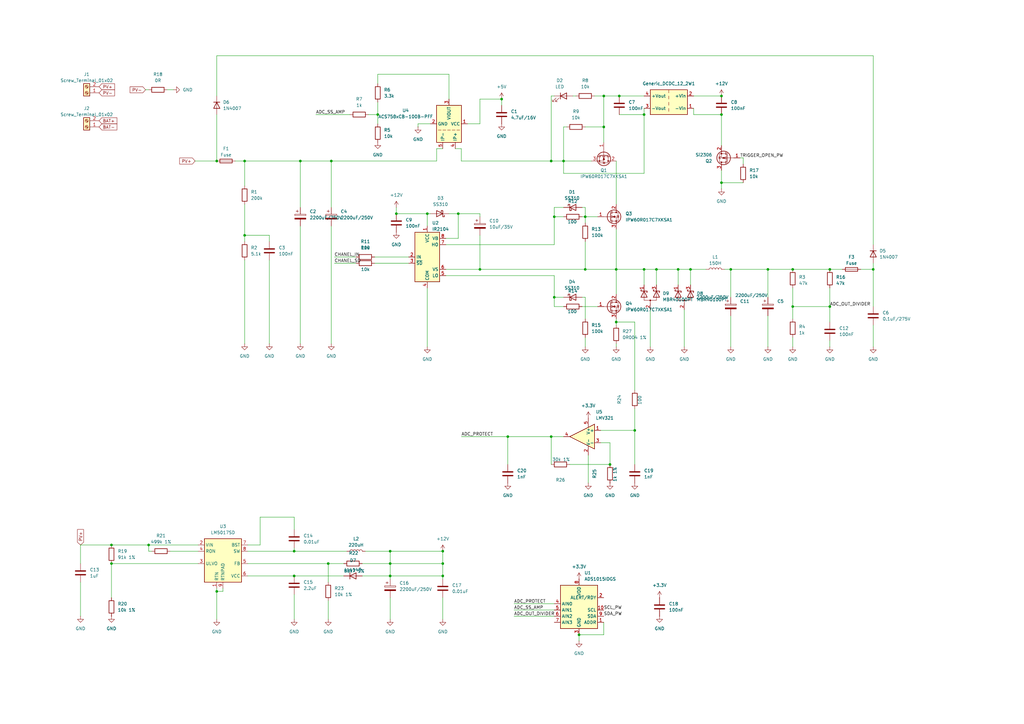
<source format=kicad_sch>
(kicad_sch (version 20231120) (generator "eeschema") (generator_version "8.0")
  (paper "A3")
  (title_block (date "2024-11-11"))
  (lib_symbols
    (symbol "Amplifier_Operational:LMV321" (pin_names (offset 0.127))
      (property "Reference" "U" (at 0 5.08 0))
      (property "Value" "LMV321" (at 0 -5.08 0))
      (symbol "LMV321_0_1"
        (pin power_in line (at -2.54 -7.62 90) (length 3.81) (name "V-") (number "2"))
        (pin power_in line (at -2.54 7.62 270) (length 3.81) (name "V+") (number "5"))
      )
      (symbol "LMV321_1_1"
        (pin input line (at -7.62 2.54 0) (length 2.54) (name "+") (number "1"))
        (pin input line (at -7.62 -2.54 0) (length 2.54) (name "-") (number "3"))
        (pin output line (at 7.62 0 180) (length 2.54) (name "~") (number "4"))
      )
    )
    (symbol "Analog_ADC:ADS1015IDGS"
      (property "Reference" "U" (at 2.54 13.97 0))
      (property "Value" "ADS1015IDGS" (at 7.62 11.43 0))
      (symbol "ADS1015IDGS_1_1"
        (pin input line (at 10.16 -5.08 180) (length 2.54) (name "ADDR") (number "1"))
        (pin input line (at 10.16 0 180) (length 2.54) (name "SCL") (number "10"))
        (pin output line (at 10.16 5.08 180) (length 2.54) (name "ALERT/RDY") (number "2"))
        (pin power_in line (at 0 -10.16 90) (length 2.54) (name "GND") (number "3"))
        (pin input line (at -10.16 2.54 0) (length 2.54) (name "AIN0") (number "4"))
        (pin input line (at -10.16 0 0) (length 2.54) (name "AIN1") (number "5"))
        (pin input line (at -10.16 -2.54 0) (length 2.54) (name "AIN2") (number "6"))
        (pin input line (at -10.16 -5.08 0) (length 2.54) (name "AIN3") (number "7"))
        (pin power_in line (at 0 12.7 270) (length 2.54) (name "VDD") (number "8"))
        (pin bidirectional line (at 10.16 -2.54 180) (length 2.54) (name "SDA") (number "9"))
      )
    )
    (symbol "Connector:Screw_Terminal_01x02" (pin_names (offset 1.016) hide)
      (property "Reference" "J" (at 0 2.54 0))
      (property "Value" "Screw_Terminal_01x02" (at 0 -5.08 0))
      (symbol "Screw_Terminal_01x02_1_1"
        (pin passive line (at -5.08 0 0) (length 3.81) (name "Pin_1") (number "1"))
        (pin passive line (at -5.08 -2.54 0) (length 3.81) (name "Pin_2") (number "2"))
      )
    )
    (symbol "Device:C" (pin_numbers hide) (pin_names (offset 0.254))
      (property "Reference" "C" (at 0.635 2.54 0))
      (property "Value" "C" (at 0.635 -2.54 0))
      (symbol "C_1_1"
        (pin passive line (at 0 3.81 270) (length 2.794) (name "~") (number "1"))
        (pin passive line (at 0 -3.81 90) (length 2.794) (name "~") (number "2"))
      )
    )
    (symbol "Device:C_Polarized" (pin_numbers hide) (pin_names (offset 0.254))
      (property "Reference" "C" (at 0.635 2.54 0))
      (property "Value" "C_Polarized" (at 0.635 -2.54 0))
      (symbol "C_Polarized_1_1"
        (pin passive line (at 0 3.81 270) (length 2.794) (name "~") (number "1"))
        (pin passive line (at 0 -3.81 90) (length 2.794) (name "~") (number "2"))
      )
    )
    (symbol "Device:D" (pin_numbers hide) (pin_names (offset 1.016) hide)
      (property "Reference" "D" (at 0 2.54 0))
      (property "Value" "D" (at 0 -2.54 0))
      (symbol "D_1_1"
        (pin passive line (at -3.81 0 0) (length 2.54) (name "K") (number "1"))
        (pin passive line (at 3.81 0 180) (length 2.54) (name "A") (number "2"))
      )
    )
    (symbol "Device:D_Schottky_Dual_CommonAnode_KAK_Parallel" (pin_names (offset 0.762) hide)
      (property "Reference" "D" (at 0 5.08 0))
      (property "Value" "D_Schottky_Dual_CommonAnode_KAK_Parallel" (at 0 -5.08 0))
      (symbol "D_Schottky_Dual_CommonAnode_KAK_Parallel_0_1"
        (pin passive line (at 5.08 2.54 180) (length 2.54) (name "K") (number "1"))
        (pin passive line (at -5.08 0 0) (length 2.54) (name "A") (number "2"))
        (pin passive line (at 5.08 -2.54 180) (length 2.54) (name "K") (number "3"))
      )
    )
    (symbol "Device:Fuse" (pin_numbers hide) (pin_names (offset 0))
      (property "Reference" "F" (at 2.032 0 90))
      (property "Value" "Fuse" (at -1.905 0 90))
      (symbol "Fuse_1_1"
        (pin passive line (at 0 3.81 270) (length 1.27) (name "~") (number "1"))
        (pin passive line (at 0 -3.81 90) (length 1.27) (name "~") (number "2"))
      )
    )
    (symbol "Device:L" (pin_numbers hide) (pin_names (offset 1.016) hide)
      (property "Reference" "L" (at -1.27 0 90))
      (property "Value" "L" (at 1.905 0 90))
      (symbol "L_1_1"
        (pin passive line (at 0 3.81 270) (length 1.27) (name "1") (number "1"))
        (pin passive line (at 0 -3.81 90) (length 1.27) (name "2") (number "2"))
      )
    )
    (symbol "Device:LED" (pin_numbers hide) (pin_names (offset 1.016) hide)
      (property "Reference" "D" (at 0 2.54 0))
      (property "Value" "LED" (at 0 -2.54 0))
      (symbol "LED_1_1"
        (pin passive line (at -3.81 0 0) (length 2.54) (name "K") (number "1"))
        (pin passive line (at 3.81 0 180) (length 2.54) (name "A") (number "2"))
      )
    )
    (symbol "Device:R" (pin_numbers hide) (pin_names (offset 0))
      (property "Reference" "R" (at 2.032 0 90))
      (property "Value" "R" (at 0 0 90))
      (symbol "R_1_1"
        (pin passive line (at 0 3.81 270) (length 1.27) (name "~") (number "1"))
        (pin passive line (at 0 -3.81 90) (length 1.27) (name "~") (number "2"))
      )
    )
    (symbol "Diode:LL4148" (pin_numbers hide) (pin_names hide)
      (property "Reference" "D" (at 0 2.54 0))
      (property "Value" "LL4148" (at 0 -2.54 0))
      (symbol "LL4148_1_1"
        (pin passive line (at -3.81 0 0) (length 2.54) (name "K") (number "1"))
        (pin passive line (at 3.81 0 180) (length 2.54) (name "A") (number "2"))
      )
    )
    (symbol "Diode:SS34" (pin_numbers hide) (pin_names (offset 1.016) hide)
      (property "Reference" "D" (at 0 2.54 0))
      (property "Value" "SS34" (at 0 -2.54 0))
      (symbol "SS34_1_1"
        (pin passive line (at -3.81 0 0) (length 2.54) (name "K") (number "1"))
        (pin passive line (at 3.81 0 180) (length 2.54) (name "A") (number "2"))
      )
    )
    (symbol "Driver_FET:IR2104"
      (property "Reference" "U" (at 1.27 13.335 0))
      (property "Value" "IR2104" (at 1.27 11.43 0))
      (symbol "IR2104_1_1"
        (pin power_in line (at 0 12.7 270) (length 2.54) (name "VCC") (number "1"))
        (pin input line (at -7.62 0 0) (length 2.54) (name "IN") (number "2"))
        (pin input line (at -7.62 -2.54 0) (length 2.54) (name "~{SD}") (number "3"))
        (pin power_in line (at 0 -12.7 90) (length 2.54) (name "COM") (number "4"))
        (pin output line (at 7.62 -7.62 180) (length 2.54) (name "LO") (number "5"))
        (pin passive line (at 7.62 -5.08 180) (length 2.54) (name "VS") (number "6"))
        (pin output line (at 7.62 5.08 180) (length 2.54) (name "HO") (number "7"))
        (pin passive line (at 7.62 7.62 180) (length 2.54) (name "VB") (number "8"))
      )
    )
    (symbol "QSL_ConverterDCDC:B012_S-2WR3"
      (property "Reference" "Generic_DCDC_12_2W" (at -8.89 8.89 0))
      (symbol "B012_S-2WR3_0_0"
        (pin power_in line (at -10.16 -2.54 0) (length 2.54) (name "-Vin") (number "1"))
        (pin power_in line (at -10.16 2.54 0) (length 2.54) (name "+Vin") (number "2"))
        (pin power_out line (at 10.16 -2.54 180) (length 2.54) (name "-Vout") (number "3"))
        (pin power_out line (at 10.16 2.54 180) (length 2.54) (name "+Vout") (number "4"))
      )
    )
    (symbol "Regulator_Switching:LM5017SD"
      (property "Reference" "U" (at -7.62 8.89 0))
      (property "Value" "LM5017SD" (at 0 8.89 0))
      (symbol "LM5017SD_1_1"
        (pin power_in line (at -2.54 -12.7 90) (length 2.54) (name "RTN") (number "1"))
        (pin power_in line (at -10.16 5.08 0) (length 2.54) (name "VIN") (number "2"))
        (pin input line (at -10.16 -2.54 0) (length 2.54) (name "ULVO") (number "3"))
        (pin input line (at -10.16 2.54 0) (length 2.54) (name "RON") (number "4"))
        (pin input line (at 10.16 -2.54 180) (length 2.54) (name "FB") (number "5"))
        (pin output line (at 10.16 -7.62 180) (length 2.54) (name "VCC") (number "6"))
        (pin input line (at 10.16 5.08 180) (length 2.54) (name "BST") (number "7"))
        (pin output line (at 10.16 2.54 180) (length 2.54) (name "SW") (number "8"))
        (pin power_in line (at 0 -12.7 90) (length 2.54) (name "RTNPAD") (number "9"))
      )
    )
    (symbol "Sensor_Current:ACS758xCB-100B-PFF"
      (property "Reference" "U" (at -7.62 6.35 0))
      (property "Value" "ACS758xCB-100B-PFF" (at 2.54 6.35 0))
      (symbol "ACS758xCB-100B-PFF_1_1"
        (pin power_in line (at 0 7.62 270) (length 2.54) (name "VCC") (number "1"))
        (pin power_in line (at 0 -7.62 90) (length 2.54) (name "GND") (number "2"))
        (pin output line (at 10.16 0 180) (length 2.54) (name "VIOUT") (number "3"))
        (pin passive line (at -10.16 2.54 0) (length 2.54) (name "IP+") (number "4"))
        (pin passive line (at -10.16 -2.54 0) (length 2.54) (name "IP-") (number "5"))
      )
    )
    (symbol "Transistor_FET:C3M0120090D" (pin_names hide)
      (property "Reference" "Q" (at 5.08 1.905 0))
      (property "Value" "C3M0120090D" (at 5.08 0 0))
      (symbol "C3M0120090D_1_1"
        (pin input line (at -5.08 0 0) (length 2.54) (name "G") (number "1"))
        (pin passive line (at 2.54 5.08 270) (length 2.54) (name "D") (number "2"))
        (pin passive line (at 2.54 -5.08 90) (length 2.54) (name "S") (number "3"))
      )
    )
    (symbol "Transistor_FET:Si2319CDS" (pin_names hide)
      (property "Reference" "Q" (at 5.08 1.905 0))
      (property "Value" "Si2319CDS" (at 5.08 0 0))
      (symbol "Si2319CDS_1_1"
        (pin input line (at -5.08 0 0) (length 2.54) (name "G") (number "1"))
        (pin passive line (at 2.54 -5.08 90) (length 2.54) (name "S") (number "2"))
        (pin passive line (at 2.54 5.08 270) (length 2.54) (name "D") (number "3"))
      )
    )
    (symbol "power:+12V" (power) (pin_numbers hide) (pin_names (offset 0) hide)
      (property "Value" "+12V" (at 0 3.556 0))
      (symbol "+12V_1_1"
        (pin power_in line (at 0 0 90) (length 0) (name "~") (number "1"))
      )
    )
    (symbol "power:+3.3V" (power) (pin_numbers hide) (pin_names (offset 0) hide)
      (property "Value" "+3.3V" (at 0 3.556 0))
      (symbol "+3.3V_1_1"
        (pin power_in line (at 0 0 90) (length 0) (name "~") (number "1"))
      )
    )
    (symbol "power:+5V" (power) (pin_numbers hide) (pin_names (offset 0) hide)
      (property "Value" "+5V" (at 0 3.556 0))
      (symbol "+5V_1_1"
        (pin power_in line (at 0 0 90) (length 0) (name "~") (number "1"))
      )
    )
    (symbol "power:GND" (power) (pin_numbers hide) (pin_names (offset 0) hide)
      (property "Value" "GND" (at 0 -3.81 0))
      (symbol "GND_1_1"
        (pin power_in line (at 0 0 270) (length 0) (name "~") (number "1"))
      )
    )
  )
  (junction (at 227.33 88.9))
  (junction (at 247.65 52.07))
  (junction (at 135.89 66.04))
  (junction (at 134.62 231.14))
  (junction (at 240.03 88.9))
  (junction (at 88.9 242.57))
  (junction (at 247.65 39.37))
  (junction (at 295.91 46.99))
  (junction (at 295.91 74.93))
  (junction (at 175.26 87.63))
  (junction (at 340.36 110.49))
  (junction (at 100.33 66.04))
  (junction (at 295.91 39.37))
  (junction (at 358.14 110.49))
  (junction (at 160.02 236.22))
  (junction (at 226.06 66.04))
  (junction (at 123.19 66.04))
  (junction (at 100.33 96.52))
  (junction (at 162.56 87.63))
  (junction (at 120.65 236.22))
  (junction (at 154.94 46.99))
  (junction (at 269.24 110.49))
  (junction (at 325.12 110.49))
  (junction (at 196.85 110.49))
  (junction (at 208.28 179.07))
  (junction (at 120.65 226.06))
  (junction (at 260.35 176.53))
  (junction (at 88.9 66.04))
  (junction (at 278.13 110.49))
  (junction (at 45.72 223.52))
  (junction (at 240.03 110.49))
  (junction (at 314.96 110.49))
  (junction (at 264.16 110.49))
  (junction (at 45.72 231.14))
  (junction (at 160.02 226.06))
  (junction (at 60.96 223.52))
  (junction (at 227.33 121.92))
  (junction (at 252.73 132.08))
  (junction (at 226.06 179.07))
  (junction (at 181.61 236.22))
  (junction (at 231.14 66.04))
  (junction (at 160.02 231.14))
  (junction (at 254 39.37))
  (junction (at 250.19 190.5))
  (junction (at 340.36 125.73))
  (junction (at 187.96 87.63))
  (junction (at 325.12 125.73))
  (junction (at 264.16 46.99))
  (junction (at 237.49 260.35))
  (junction (at 283.21 110.49))
  (junction (at 205.74 40.64))
  (junction (at 252.73 110.49))
  (junction (at 181.61 226.06))
  (junction (at 181.61 231.14))
  (junction (at 299.72 110.49))
  (wire (pts (xy 358.14 142.24) (xy 358.14 133.35)))
  (wire (pts (xy 238.76 88.9) (xy 240.03 88.9)))
  (wire (pts (xy 227.33 113.03) (xy 227.33 121.92)))
  (wire (pts (xy 358.14 110.49) (xy 358.14 107.95)))
  (wire (pts (xy 269.24 110.49) (xy 269.24 116.84)))
  (wire (pts (xy 196.85 87.63) (xy 187.96 87.63)))
  (wire (pts (xy 353.06 110.49) (xy 358.14 110.49)))
  (wire (pts (xy 182.88 110.49) (xy 196.85 110.49)))
  (wire (pts (xy 314.96 110.49) (xy 325.12 110.49)))
  (wire (pts (xy 208.28 179.07) (xy 208.28 190.5)))
  (wire (pts (xy 153.67 105.41) (xy 167.64 105.41)))
  (wire (pts (xy 100.33 96.52) (xy 110.49 96.52)))
  (wire (pts (xy 62.23 226.06) (xy 60.96 226.06)))
  (wire (pts (xy 295.91 77.47) (xy 295.91 74.93)))
  (wire (pts (xy 120.65 226.06) (xy 142.24 226.06)))
  (wire (pts (xy 227.33 125.73) (xy 227.33 121.92)))
  (wire (pts (xy 252.73 110.49) (xy 264.16 110.49)))
  (wire (pts (xy 227.33 88.9) (xy 231.14 88.9)))
  (wire (pts (xy 181.61 236.22) (xy 181.61 231.14)))
  (wire (pts (xy 184.15 40.64) (xy 184.15 30.48)))
  (wire (pts (xy 151.13 46.99) (xy 154.94 46.99)))
  (wire (pts (xy 33.02 238.76) (xy 33.02 252.73)))
  (wire (pts (xy 160.02 236.22) (xy 181.61 236.22)))
  (wire (pts (xy 232.41 52.07) (xy 231.14 52.07)))
  (wire (pts (xy 208.28 179.07) (xy 226.06 179.07)))
  (wire (pts (xy 227.33 39.37) (xy 226.06 39.37)))
  (wire (pts (xy 45.72 231.14) (xy 81.28 231.14)))
  (wire (pts (xy 148.59 236.22) (xy 160.02 236.22)))
  (wire (pts (xy 283.21 110.49) (xy 289.56 110.49)))
  (wire (pts (xy 120.65 254) (xy 120.65 243.84)))
  (wire (pts (xy 137.16 107.95) (xy 146.05 107.95)))
  (wire (pts (xy 210.82 247.65) (xy 227.33 247.65)))
  (wire (pts (xy 252.73 93.98) (xy 252.73 110.49)))
  (wire (pts (xy 182.88 97.79) (xy 187.96 97.79)))
  (wire (pts (xy 160.02 236.22) (xy 160.02 231.14)))
  (wire (pts (xy 246.38 176.53) (xy 260.35 176.53)))
  (wire (pts (xy 246.38 181.61) (xy 250.19 181.61)))
  (wire (pts (xy 148.59 231.14) (xy 160.02 231.14)))
  (wire (pts (xy 120.65 212.09) (xy 120.65 217.17)))
  (wire (pts (xy 304.8 67.31) (xy 304.8 64.77)))
  (wire (pts (xy 340.36 125.73) (xy 340.36 132.08)))
  (wire (pts (xy 160.02 226.06) (xy 149.86 226.06)))
  (wire (pts (xy 196.85 110.49) (xy 196.85 96.52)))
  (wire (pts (xy 247.65 39.37) (xy 254 39.37)))
  (wire (pts (xy 135.89 66.04) (xy 179.07 66.04)))
  (wire (pts (xy 179.07 66.04) (xy 179.07 60.96)))
  (wire (pts (xy 254 39.37) (xy 264.16 39.37)))
  (wire (pts (xy 278.13 110.49) (xy 278.13 116.84)))
  (wire (pts (xy 187.96 87.63) (xy 184.15 87.63)))
  (wire (pts (xy 358.14 110.49) (xy 358.14 125.73)))
  (wire (pts (xy 254 46.99) (xy 264.16 46.99)))
  (wire (pts (xy 297.18 110.49) (xy 299.72 110.49)))
  (wire (pts (xy 227.33 100.33) (xy 227.33 88.9)))
  (wire (pts (xy 196.85 40.64) (xy 205.74 40.64)))
  (wire (pts (xy 123.19 66.04) (xy 123.19 85.09)))
  (wire (pts (xy 226.06 179.07) (xy 226.06 190.5)))
  (wire (pts (xy 205.74 40.64) (xy 205.74 43.18)))
  (wire (pts (xy 181.61 237.49) (xy 181.61 236.22)))
  (wire (pts (xy 252.73 110.49) (xy 252.73 120.65)))
  (wire (pts (xy 181.61 254) (xy 181.61 245.11)))
  (wire (pts (xy 314.96 110.49) (xy 314.96 121.92)))
  (wire (pts (xy 171.45 50.8) (xy 171.45 52.07)))
  (wire (pts (xy 110.49 106.68) (xy 110.49 140.97)))
  (wire (pts (xy 284.48 39.37) (xy 295.91 39.37)))
  (wire (pts (xy 134.62 254) (xy 134.62 246.38)))
  (wire (pts (xy 226.06 66.04) (xy 231.14 66.04)))
  (wire (pts (xy 243.84 39.37) (xy 247.65 39.37)))
  (wire (pts (xy 59.69 36.83) (xy 60.96 36.83)))
  (wire (pts (xy 284.48 44.45) (xy 284.48 46.99)))
  (wire (pts (xy 120.65 224.79) (xy 120.65 226.06)))
  (wire (pts (xy 264.16 110.49) (xy 264.16 116.84)))
  (wire (pts (xy 295.91 46.99) (xy 295.91 59.69)))
  (wire (pts (xy 340.36 110.49) (xy 345.44 110.49)))
  (wire (pts (xy 260.35 132.08) (xy 252.73 132.08)))
  (wire (pts (xy 160.02 231.14) (xy 160.02 226.06)))
  (wire (pts (xy 162.56 85.09) (xy 162.56 87.63)))
  (wire (pts (xy 69.85 226.06) (xy 81.28 226.06)))
  (wire (pts (xy 304.8 64.77) (xy 303.53 64.77)))
  (wire (pts (xy 88.9 39.37) (xy 88.9 22.86)))
  (wire (pts (xy 295.91 74.93) (xy 304.8 74.93)))
  (wire (pts (xy 231.14 125.73) (xy 227.33 125.73)))
  (wire (pts (xy 264.16 44.45) (xy 264.16 46.99)))
  (wire (pts (xy 240.03 85.09) (xy 240.03 88.9)))
  (wire (pts (xy 134.62 231.14) (xy 134.62 238.76)))
  (wire (pts (xy 340.36 118.11) (xy 340.36 125.73)))
  (wire (pts (xy 191.77 50.8) (xy 196.85 50.8)))
  (wire (pts (xy 210.82 250.19) (xy 227.33 250.19)))
  (wire (pts (xy 175.26 87.63) (xy 176.53 87.63)))
  (wire (pts (xy 100.33 83.82) (xy 100.33 96.52)))
  (wire (pts (xy 231.14 71.12) (xy 264.16 71.12)))
  (wire (pts (xy 238.76 121.92) (xy 240.03 121.92)))
  (wire (pts (xy 269.24 110.49) (xy 278.13 110.49)))
  (wire (pts (xy 252.73 140.97) (xy 252.73 142.24)))
  (wire (pts (xy 88.9 254) (xy 88.9 242.57)))
  (wire (pts (xy 252.73 132.08) (xy 252.73 130.81)))
  (wire (pts (xy 227.33 88.9) (xy 227.33 85.09)))
  (wire (pts (xy 260.35 167.64) (xy 260.35 176.53)))
  (wire (pts (xy 184.15 30.48) (xy 154.94 30.48)))
  (wire (pts (xy 264.16 110.49) (xy 269.24 110.49)))
  (wire (pts (xy 175.26 142.24) (xy 175.26 118.11)))
  (wire (pts (xy 45.72 223.52) (xy 60.96 223.52)))
  (wire (pts (xy 325.12 118.11) (xy 325.12 125.73)))
  (wire (pts (xy 137.16 105.41) (xy 146.05 105.41)))
  (wire (pts (xy 160.02 237.49) (xy 160.02 236.22)))
  (wire (pts (xy 88.9 242.57) (xy 88.9 241.3)))
  (wire (pts (xy 226.06 39.37) (xy 226.06 66.04)))
  (wire (pts (xy 240.03 110.49) (xy 196.85 110.49)))
  (wire (pts (xy 237.49 262.89) (xy 237.49 260.35)))
  (wire (pts (xy 162.56 87.63) (xy 175.26 87.63)))
  (wire (pts (xy 88.9 46.99) (xy 88.9 66.04)))
  (wire (pts (xy 250.19 181.61) (xy 250.19 190.5)))
  (wire (pts (xy 60.96 223.52) (xy 81.28 223.52)))
  (wire (pts (xy 240.03 110.49) (xy 252.73 110.49)))
  (wire (pts (xy 340.36 142.24) (xy 340.36 139.7)))
  (wire (pts (xy 260.35 160.02) (xy 260.35 132.08)))
  (wire (pts (xy 68.58 36.83) (xy 71.12 36.83)))
  (wire (pts (xy 181.61 231.14) (xy 181.61 226.06)))
  (wire (pts (xy 176.53 50.8) (xy 171.45 50.8)))
  (wire (pts (xy 231.14 66.04) (xy 231.14 71.12)))
  (wire (pts (xy 240.03 142.24) (xy 240.03 138.43)))
  (wire (pts (xy 252.73 133.35) (xy 252.73 132.08)))
  (wire (pts (xy 45.72 231.14) (xy 45.72 245.11)))
  (wire (pts (xy 186.69 60.96) (xy 189.23 60.96)))
  (wire (pts (xy 101.6 236.22) (xy 120.65 236.22)))
  (wire (pts (xy 240.03 99.06) (xy 240.03 110.49)))
  (wire (pts (xy 240.03 121.92) (xy 240.03 130.81)))
  (wire (pts (xy 106.68 212.09) (xy 120.65 212.09)))
  (wire (pts (xy 247.65 260.35) (xy 237.49 260.35)))
  (wire (pts (xy 325.12 125.73) (xy 325.12 130.81)))
  (wire (pts (xy 260.35 176.53) (xy 260.35 190.5)))
  (wire (pts (xy 231.14 52.07) (xy 231.14 66.04)))
  (wire (pts (xy 238.76 85.09) (xy 240.03 85.09)))
  (wire (pts (xy 299.72 110.49) (xy 299.72 121.92)))
  (wire (pts (xy 189.23 179.07) (xy 208.28 179.07)))
  (wire (pts (xy 181.61 226.06) (xy 160.02 226.06)))
  (wire (pts (xy 264.16 46.99) (xy 264.16 71.12)))
  (wire (pts (xy 134.62 231.14) (xy 140.97 231.14)))
  (wire (pts (xy 60.96 226.06) (xy 60.96 223.52)))
  (wire (pts (xy 278.13 110.49) (xy 283.21 110.49)))
  (wire (pts (xy 100.33 66.04) (xy 100.33 76.2)))
  (wire (pts (xy 189.23 60.96) (xy 189.23 66.04)))
  (wire (pts (xy 135.89 140.97) (xy 135.89 92.71)))
  (wire (pts (xy 233.68 190.5) (xy 250.19 190.5)))
  (wire (pts (xy 100.33 106.68) (xy 100.33 140.97)))
  (wire (pts (xy 280.67 142.24) (xy 280.67 127)))
  (wire (pts (xy 106.68 223.52) (xy 106.68 212.09)))
  (wire (pts (xy 266.7 127) (xy 266.7 142.24)))
  (wire (pts (xy 160.02 231.14) (xy 181.61 231.14)))
  (wire (pts (xy 241.3 186.69) (xy 241.3 198.12)))
  (wire (pts (xy 110.49 99.06) (xy 110.49 96.52)))
  (wire (pts (xy 247.65 39.37) (xy 247.65 52.07)))
  (wire (pts (xy 227.33 121.92) (xy 231.14 121.92)))
  (wire (pts (xy 33.02 231.14) (xy 33.02 223.52)))
  (wire (pts (xy 187.96 97.79) (xy 187.96 87.63)))
  (wire (pts (xy 153.67 107.95) (xy 167.64 107.95)))
  (wire (pts (xy 247.65 52.07) (xy 247.65 58.42)))
  (wire (pts (xy 196.85 88.9) (xy 196.85 87.63)))
  (wire (pts (xy 240.03 88.9) (xy 245.11 88.9)))
  (wire (pts (xy 123.19 92.71) (xy 123.19 140.97)))
  (wire (pts (xy 325.12 138.43) (xy 325.12 142.24)))
  (wire (pts (xy 240.03 88.9) (xy 240.03 91.44)))
  (wire (pts (xy 154.94 30.48) (xy 154.94 34.29)))
  (wire (pts (xy 100.33 66.04) (xy 123.19 66.04)))
  (wire (pts (xy 80.01 66.04) (xy 88.9 66.04)))
  (wire (pts (xy 91.44 242.57) (xy 88.9 242.57)))
  (wire (pts (xy 283.21 110.49) (xy 283.21 116.84)))
  (wire (pts (xy 299.72 110.49) (xy 314.96 110.49)))
  (wire (pts (xy 160.02 254) (xy 160.02 245.11)))
  (wire (pts (xy 234.95 39.37) (xy 236.22 39.37)))
  (wire (pts (xy 101.6 226.06) (xy 120.65 226.06)))
  (wire (pts (xy 154.94 46.99) (xy 154.94 50.8)))
  (wire (pts (xy 358.14 22.86) (xy 358.14 100.33)))
  (wire (pts (xy 135.89 66.04) (xy 135.89 85.09)))
  (wire (pts (xy 226.06 179.07) (xy 231.14 179.07)))
  (wire (pts (xy 295.91 74.93) (xy 295.91 69.85)))
  (wire (pts (xy 123.19 66.04) (xy 135.89 66.04)))
  (wire (pts (xy 252.73 66.04) (xy 252.73 83.82)))
  (wire (pts (xy 101.6 231.14) (xy 134.62 231.14)))
  (wire (pts (xy 182.88 100.33) (xy 227.33 100.33)))
  (wire (pts (xy 96.52 66.04) (xy 100.33 66.04)))
  (wire (pts (xy 91.44 241.3) (xy 91.44 242.57)))
  (wire (pts (xy 129.54 46.99) (xy 143.51 46.99)))
  (wire (pts (xy 175.26 87.63) (xy 175.26 92.71)))
  (wire (pts (xy 231.14 66.04) (xy 242.57 66.04)))
  (wire (pts (xy 88.9 22.86) (xy 358.14 22.86)))
  (wire (pts (xy 196.85 50.8) (xy 196.85 40.64)))
  (wire (pts (xy 314.96 142.24) (xy 314.96 129.54)))
  (wire (pts (xy 247.65 255.27) (xy 247.65 260.35)))
  (wire (pts (xy 325.12 110.49) (xy 340.36 110.49)))
  (wire (pts (xy 299.72 142.24) (xy 299.72 129.54)))
  (wire (pts (xy 227.33 85.09) (xy 231.14 85.09)))
  (wire (pts (xy 33.02 223.52) (xy 45.72 223.52)))
  (wire (pts (xy 182.88 113.03) (xy 227.33 113.03)))
  (wire (pts (xy 179.07 60.96) (xy 181.61 60.96)))
  (wire (pts (xy 325.12 125.73) (xy 340.36 125.73)))
  (wire (pts (xy 238.76 125.73) (xy 245.11 125.73)))
  (wire (pts (xy 210.82 252.73) (xy 227.33 252.73)))
  (wire (pts (xy 120.65 236.22) (xy 140.97 236.22)))
  (wire (pts (xy 154.94 41.91) (xy 154.94 46.99)))
  (wire (pts (xy 240.03 52.07) (xy 247.65 52.07)))
  (wire (pts (xy 284.48 46.99) (xy 295.91 46.99)))
  (wire (pts (xy 100.33 96.52) (xy 100.33 99.06)))
  (wire (pts (xy 101.6 223.52) (xy 106.68 223.52)))
  (wire (pts (xy 189.23 66.04) (xy 226.06 66.04)))
  (label "CHANEL_SD" (at 137.16 107.95 0))
  (label "ADC_PROTECT" (at 210.82 247.65 0))
  (label "SDA_PW" (at 247.65 252.73 0))
  (label "SCL_PW" (at 247.65 250.19 0))
  (label "ADC_SS_AMP" (at 210.82 250.19 0))
  (label "ADC_PROTECT" (at 189.23 179.07 0))
  (label "TRIGGER_OPEN_PW" (at 303.53 64.77 0))
  (label "ADC_SS_AMP" (at 129.54 46.99 0))
  (label "ADC_OUT_DIVIDER" (at 340.36 125.73 0))
  (label "CHANEL_IN" (at 137.16 105.41 0))
  (label "ADC_OUT_DIVIDER" (at 210.82 252.73 0))
  (global_label "PV+" (shape input) (at 80.01 66.04 180) (property "Intersheetrefs" "${INTERSHEET_REFS}" (effects (hide yes))))
  (global_label "BAT-" (shape input) (at 40.64 52.07 0) (property "Intersheetrefs" "${INTERSHEET_REFS}" (effects (hide yes))))
  (global_label "PV+" (shape input) (at 33.02 223.52 90) (property "Intersheetrefs" "${INTERSHEET_REFS}" (effects (hide yes))))
  (global_label "BAT+" (shape input) (at 40.64 49.53 0) (property "Intersheetrefs" "${INTERSHEET_REFS}" (effects (hide yes))))
  (global_label "PV-" (shape input) (at 40.64 38.1 0) (property "Intersheetrefs" "${INTERSHEET_REFS}" (effects (hide yes))))
  (global_label "PV+" (shape input) (at 40.64 35.56 0) (property "Intersheetrefs" "${INTERSHEET_REFS}" (effects (hide yes))))
  (global_label "PV-" (shape input) (at 59.69 36.83 180) (property "Intersheetrefs" "${INTERSHEET_REFS}" (effects (hide yes))))
  (symbol (lib_id "power:GND") (at 160.02 254 0) (unit 1)
    (property "Reference" "#PWR025" (effects (hide yes)))
    (property "Value" "GND" (at 160.02 259.08 0))
    (property "Description" "Power symbol creates a global label with name \"GND\" , ground" (effects (hide yes)))
  )
  (symbol (lib_id "power:GND") (at 154.94 58.42 0) (unit 1)
    (property "Reference" "#PWR028" (effects (hide yes)))
    (property "Value" "GND" (at 154.94 63.5 0))
    (property "Description" "Power symbol creates a global label with name \"GND\" , ground" (effects (hide yes)))
  )
  (symbol (lib_id "Device:C_Polarized") (at 196.85 92.71 0) (unit 1)
    (property "Reference" "C10" (at 200.66 90.5509 0) (effects (justify left)))
    (property "Value" "10uF/35V" (at 200.66 93.0909 0) (effects (justify left)))
  )
  (symbol (lib_id "Device:C") (at 120.65 220.98 0) (unit 1)
    (property "Reference" "C14" (at 124.46 219.7099 0) (effects (justify left)))
    (property "Value" "0.01uF" (at 124.46 222.2499 0) (effects (justify left)))
  )
  (symbol (lib_id "Device:L") (at 293.37 110.49 90) (unit 1)
    (property "Reference" "L1" (at 293.37 105.41 90))
    (property "Value" "150H" (at 293.37 107.95 90))
  )
  (symbol (lib_id "Connector:Screw_Terminal_01x02") (at 35.56 38.1 180) (unit 1)
    (property "Reference" "J1" (at 35.56 30.48 0))
    (property "Value" "Screw_Terminal_01x02" (at 35.56 33.02 0))
  )
  (symbol (lib_id "power:GND") (at 33.02 252.73 0) (unit 1)
    (property "Reference" "#PWR020" (effects (hide yes)))
    (property "Value" "GND" (at 33.02 257.81 0))
    (property "Description" "Power symbol creates a global label with name \"GND\" , ground" (effects (hide yes)))
  )
  (symbol (lib_id "power:GND") (at 237.49 262.89 0) (unit 1)
    (property "Reference" "#PWR033" (effects (hide yes)))
    (property "Value" "GND" (at 237.49 267.97 0))
    (property "Description" "Power symbol creates a global label with name \"GND\" , ground" (effects (hide yes)))
  )
  (symbol (lib_id "Device:R") (at 229.87 190.5 270) (unit 1)
    (property "Reference" "R26" (at 229.87 196.85 90))
    (property "Value" "30k 1%" (at 230.124 188.468 90))
  )
  (symbol (lib_id "power:GND") (at 71.12 36.83 90) (unit 1)
    (property "Reference" "#PWR016" (effects (hide yes)))
    (property "Value" "GND" (at 74.93 36.8299 90) (effects (justify right)))
    (property "Description" "Power symbol creates a global label with name \"GND\" , ground" (effects (hide yes)))
  )
  (symbol (lib_id "power:GND") (at 100.33 140.97 0) (unit 1)
    (property "Reference" "#PWR013" (effects (hide yes)))
    (property "Value" "GND" (at 100.33 146.05 0))
    (property "Description" "Power symbol creates a global label with name \"GND\" , ground" (effects (hide yes)))
  )
  (symbol (lib_id "Diode:SS34") (at 234.95 85.09 0) (unit 1)
    (property "Reference" "D1" (at 234.6325 78.74 0))
    (property "Value" "SS310" (at 234.6325 81.28 0))
    (property "Footprint" "Diode_SMD:D_SMA" (effects (hide yes)))
    (property "Datasheet" "https://www.vishay.com/docs/88751/ss32.pdf" (effects (hide yes)))
    (property "Description" "40V 3A Schottky Diode, SMA" (effects (hide yes)))
  )
  (symbol (lib_id "Transistor_FET:Si2319CDS") (at 298.45 64.77 180) (unit 1)
    (property "Reference" "Q2" (at 292.1 66.0401 0) (effects (justify left)))
    (property "Value" "Si2306" (at 292.1 63.5001 0) (effects (justify left)))
    (property "Footprint" "Package_TO_SOT_SMD:SOT-23" (effects (hide yes)))
    (property "Datasheet" "http://www.vishay.com/docs/66709/si2319cd.pdf" (effects (hide yes)))
    (property "Description" "-4.4A Id, -40V Vds, P-Channel MOSFET, SOT-23" (effects (hide yes)))
  )
  (symbol (lib_id "power:GND") (at 135.89 140.97 0) (unit 1)
    (property "Reference" "#PWR017" (effects (hide yes)))
    (property "Value" "GND" (at 135.89 146.05 0))
    (property "Description" "Power symbol creates a global label with name \"GND\" , ground" (effects (hide yes)))
  )
  (symbol (lib_id "power:GND") (at 266.7 142.24 0) (unit 1)
    (property "Reference" "#PWR030" (effects (hide yes)))
    (property "Value" "GND" (at 266.7 147.32 0))
    (property "Description" "Power symbol creates a global label with name \"GND\" , ground" (effects (hide yes)))
  )
  (symbol (lib_id "Device:R") (at 45.72 248.92 0) (unit 1)
    (property "Reference" "R20" (at 48.26 247.6499 0) (effects (justify left)))
    (property "Value" "10k 1%" (at 48.26 250.1899 0) (effects (justify left)))
  )
  (symbol (lib_id "Device:D") (at 88.9 43.18 270) (unit 1)
    (property "Reference" "D6" (at 91.44 41.9099 90) (effects (justify left)))
    (property "Value" "1N4007" (at 91.44 44.4499 90) (effects (justify left)))
    (property "Description" "Diode" (effects (hide yes)))
    (property "Sim.Device" "D" (effects (hide yes)))
    (property "Sim.Pins" "1=K 2=A" (effects (hide yes)))
  )
  (symbol (lib_id "Device:C") (at 162.56 91.44 0) (unit 1)
    (property "Reference" "C9" (at 166.37 90.1699 0) (effects (justify left)))
    (property "Value" "100nF" (at 166.37 92.7099 0) (effects (justify left)))
  )
  (symbol (lib_id "Device:C_Polarized") (at 299.72 125.73 0) (unit 1)
    (property "Reference" "C11" (at 303.53 123.5709 0) (effects (justify left)))
    (property "Value" "2200uF/250V" (at 285.496 121.92 0) (effects (justify left)))
  )
  (symbol (lib_id "power:GND") (at 241.3 198.12 0) (unit 1)
    (property "Reference" "#PWR037" (effects (hide yes)))
    (property "Value" "GND" (at 241.3 203.2 0))
    (property "Description" "Power symbol creates a global label with name \"GND\" , ground" (effects (hide yes)))
  )
  (symbol (lib_id "power:GND") (at 88.9 254 0) (unit 1)
    (property "Reference" "#PWR022" (effects (hide yes)))
    (property "Value" "GND" (at 88.9 259.08 0))
    (property "Description" "Power symbol creates a global label with name \"GND\" , ground" (effects (hide yes)))
  )
  (symbol (lib_id "Transistor_FET:C3M0120090D") (at 247.65 63.5 270) (unit 1)
    (property "Reference" "Q1" (at 247.65 69.85 90))
    (property "Value" "IPW60R017C7XKSA1" (at 247.65 72.39 90))
    (property "Footprint" "Package_TO_SOT_THT:TO-247-3_Vertical" (effects (hide yes)))
    (property "Datasheet" "https://www.wolfspeed.com/media/downloads/824/C3M0120090D.pdf" (effects (hide yes)))
  )
  (symbol (lib_id "power:+3.3V") (at 241.3 171.45 0) (unit 1)
    (property "Reference" "#PWR036" (effects (hide yes)))
    (property "Value" "+3.3V" (at 241.3 166.37 0))
    (property "Description" "Power symbol creates a global label with name \"+3.3V\"" (effects (hide yes)))
  )
  (symbol (lib_id "Device:R") (at 236.22 52.07 90) (unit 1)
    (property "Reference" "R9" (at 236.22 45.72 90))
    (property "Value" "10k" (at 236.22 48.26 90))
  )
  (symbol (lib_id "Device:R") (at 154.94 54.61 0) (unit 1)
    (property "Reference" "R5" (at 157.48 53.3399 0) (effects (justify left)))
    (property "Value" "10k" (at 157.48 55.8799 0) (effects (justify left)))
  )
  (symbol (lib_id "power:GND") (at 208.28 198.12 0) (unit 1)
    (property "Reference" "#PWR040" (effects (hide yes)))
    (property "Value" "GND" (at 208.28 203.2 0))
    (property "Description" "Power symbol creates a global label with name \"GND\" , ground" (effects (hide yes)))
  )
  (symbol (lib_id "Device:R") (at 234.95 125.73 90) (unit 1)
    (property "Reference" "R14" (at 234.95 119.38 90))
    (property "Value" "100" (at 234.696 127.762 90))
  )
  (symbol (lib_id "power:GND") (at 134.62 254 0) (unit 1)
    (property "Reference" "#PWR024" (effects (hide yes)))
    (property "Value" "GND" (at 134.62 259.08 0))
    (property "Description" "Power symbol creates a global label with name \"GND\" , ground" (effects (hide yes)))
  )
  (symbol (lib_id "power:GND") (at 162.56 95.25 0) (unit 1)
    (property "Reference" "#PWR06" (effects (hide yes)))
    (property "Value" "GND" (at 162.56 100.33 0))
    (property "Description" "Power symbol creates a global label with name \"GND\" , ground" (effects (hide yes)))
  )
  (symbol (lib_id "power:GND") (at 325.12 142.24 0) (unit 1)
    (property "Reference" "#PWR011" (effects (hide yes)))
    (property "Value" "GND" (at 325.12 147.32 0))
    (property "Description" "Power symbol creates a global label with name \"GND\" , ground" (effects (hide yes)))
  )
  (symbol (lib_id "Device:Fuse") (at 92.71 66.04 90) (unit 1)
    (property "Reference" "F1" (at 92.71 60.96 90))
    (property "Value" "Fuse" (at 92.71 63.5 90))
  )
  (symbol (lib_id "Driver_FET:IR2104") (at 175.26 105.41 0) (unit 1)
    (property "Reference" "U2" (at 177.2159 91.44 0) (effects (justify left)))
    (property "Value" "IR2104" (at 177.2159 93.98 0) (effects (justify left)))
    (property "Datasheet" "https://www.infineon.com/dgdl/ir2104.pdf?fileId=5546d462533600a4015355c7c1c31671" (effects (hide yes)))
  )
  (symbol (lib_id "power:+12V") (at 162.56 85.09 0) (unit 1)
    (property "Reference" "#PWR05" (effects (hide yes)))
    (property "Value" "+12V" (at 162.56 80.01 0))
    (property "Description" "Power symbol creates a global label with name \"+12V\"" (effects (hide yes)))
  )
  (symbol (lib_id "Device:R") (at 240.03 39.37 90) (unit 1)
    (property "Reference" "R8" (at 240.03 33.02 90))
    (property "Value" "10k" (at 240.03 35.56 90))
  )
  (symbol (lib_id "power:GND") (at 299.72 142.24 0) (unit 1)
    (property "Reference" "#PWR010" (effects (hide yes)))
    (property "Value" "GND" (at 299.72 147.32 0))
    (property "Description" "Power symbol creates a global label with name \"GND\" , ground" (effects (hide yes)))
  )
  (symbol (lib_id "Device:D_Schottky_Dual_CommonAnode_KAK_Parallel") (at 280.67 121.92 90) (unit 1)
    (property "Reference" "D8" (at 285.75 120.3324 90) (effects (justify right)))
    (property "Value" "MBR40100PT" (at 285.75 122.8724 90) (effects (justify right)))
    (property "Description" "Dual Schottky diode, common anode on pin 1" (effects (hide yes)))
    (property "Order" "https://www.mouser.vn/ProductDetail/Microchip-Technology/MBR40100PTe3-TU?qs=TXMzd3F6Eymmk6ekClmFeA%3D%3D&mgh=1&utm_id=21163026226&gad_source=1&gclid=Cj0KCQiAlsy5BhDeARIsABRc6ZvQnlQlxJ8lTp0ktJ32EFbLLE0pnvAKcusJ3Bs3Kj91tsRYmbvzsfAaAiTiEALw_wcB" (effects (hide yes)))
  )
  (symbol (lib_id "Device:D") (at 358.14 104.14 270) (unit 1)
    (property "Reference" "D5" (at 360.68 102.8699 90) (effects (justify left)))
    (property "Value" "1N4007" (at 360.68 105.4099 90) (effects (justify left)))
    (property "Description" "Diode" (effects (hide yes)))
    (property "Sim.Device" "D" (effects (hide yes)))
    (property "Sim.Pins" "1=K 2=A" (effects (hide yes)))
  )
  (symbol (lib_id "Device:C") (at 205.74 46.99 0) (unit 1)
    (property "Reference" "C1" (at 209.55 45.7199 0) (effects (justify left)))
    (property "Value" "4.7uF/16V" (at 209.55 48.2599 0) (effects (justify left)))
  )
  (symbol (lib_id "Device:R") (at 66.04 226.06 90) (unit 1)
    (property "Reference" "R21" (at 66.04 219.71 90))
    (property "Value" "499k 1%" (at 66.04 222.25 90))
  )
  (symbol (lib_id "Device:C") (at 120.65 240.03 0) (unit 1)
    (property "Reference" "C15" (at 124.46 238.7599 0) (effects (justify left)))
    (property "Value" "2.2uF" (at 124.46 241.2999 0) (effects (justify left)))
  )
  (symbol (lib_id "Device:R") (at 149.86 105.41 90) (unit 1)
    (property "Reference" "R11" (at 149.86 99.06 90))
    (property "Value" "10k" (at 149.86 101.6 90))
  )
  (symbol (lib_id "power:+12V") (at 295.91 39.37 0) (unit 1)
    (property "Reference" "#PWR04" (effects (hide yes)))
    (property "Value" "+12V" (at 295.91 34.29 0))
    (property "Description" "Power symbol creates a global label with name \"+12V\"" (effects (hide yes)))
  )
  (symbol (lib_id "power:GND") (at 340.36 142.24 0) (unit 1)
    (property "Reference" "#PWR012" (effects (hide yes)))
    (property "Value" "GND" (at 340.36 147.32 0))
    (property "Description" "Power symbol creates a global label with name \"GND\" , ground" (effects (hide yes)))
  )
  (symbol (lib_id "Device:Fuse") (at 349.25 110.49 90) (unit 1)
    (property "Reference" "F3" (at 349.25 105.41 90))
    (property "Value" "Fuse" (at 349.25 107.95 90))
  )
  (symbol (lib_id "Diode:LL4148") (at 144.78 236.22 0) (unit 1)
    (property "Reference" "D7" (at 144.78 229.87 0))
    (property "Value" "LL4148" (at 144.78 233.68 0))
    (property "Footprint" "Diode_SMD:D_MiniMELF" (effects (hide yes)))
    (property "Datasheet" "http://www.vishay.com/docs/85557/ll4148.pdf" (effects (hide yes)))
    (property "Description" "100V 0.15A standard switching diode, MiniMELF" (effects (hide yes)))
    (property "Sim.Device" "D" (effects (hide yes)))
    (property "Sim.Pins" "1=K 2=A" (effects (hide yes)))
  )
  (symbol (lib_id "Device:R") (at 240.03 95.25 0) (unit 1)
    (property "Reference" "R13" (at 242.57 93.9799 0) (effects (justify left)))
    (property "Value" "100k" (at 242.57 96.5199 0) (effects (justify left)))
  )
  (symbol (lib_id "Device:R") (at 325.12 134.62 0) (unit 1)
    (property "Reference" "R4" (at 327.66 133.985 0) (effects (justify left)))
    (property "Value" "1k" (at 327.66 136.525 0) (effects (justify left)))
  )
  (symbol (lib_id "power:GND") (at 358.14 142.24 0) (unit 1)
    (property "Reference" "#PWR019" (effects (hide yes)))
    (property "Value" "GND" (at 358.14 147.32 0))
    (property "Description" "Power symbol creates a global label with name \"GND\" , ground" (effects (hide yes)))
  )
  (symbol (lib_id "Analog_ADC:ADS1015IDGS") (at 237.49 250.19 0) (unit 1)
    (property "Reference" "U1" (at 239.6841 234.95 0) (effects (justify left)))
    (property "Value" "ADS1015IDGS" (at 239.6841 237.49 0) (effects (justify left)))
    (property "Footprint" "Package_SO:TSSOP-10_3x3mm_P0.5mm" (effects (hide yes)))
    (property "Datasheet" "http://www.ti.com/lit/ds/symlink/ads1015.pdf" (effects (hide yes)))
    (property "Description" "Ultra-Small, Low-Power, I2C-Compatible, 3.3-kSPS, 12-Bit ADCs With Internal Reference, Oscillator, and Programmable Comparator, VSSOP-10" (effects (hide yes)))
  )
  (symbol (lib_id "Device:C") (at 340.36 135.89 0) (unit 1)
    (property "Reference" "C12" (at 344.17 134.6199 0) (effects (justify left)))
    (property "Value" "100nF" (at 344.17 137.1599 0) (effects (justify left)))
  )
  (symbol (lib_id "power:GND") (at 110.49 140.97 0) (unit 1)
    (property "Reference" "#PWR014" (effects (hide yes)))
    (property "Value" "GND" (at 110.49 146.05 0))
    (property "Description" "Power symbol creates a global label with name \"GND\" , ground" (effects (hide yes)))
  )
  (symbol (lib_id "Device:C") (at 110.49 102.87 0) (unit 1)
    (property "Reference" "C3" (at 114.3 101.5999 0) (effects (justify left)))
    (property "Value" "100nF" (at 114.3 104.1399 0) (effects (justify left)))
  )
  (symbol (lib_id "power:GND") (at 45.72 252.73 0) (unit 1)
    (property "Reference" "#PWR021" (effects (hide yes)))
    (property "Value" "GND" (at 45.72 257.81 0))
    (property "Description" "Power symbol creates a global label with name \"GND\" , ground" (effects (hide yes)))
  )
  (symbol (lib_id "Transistor_FET:C3M0120090D") (at 250.19 125.73 0) (unit 1)
    (property "Reference" "Q4" (at 256.54 124.4599 0) (effects (justify left)))
    (property "Value" "IPW60R017C7XKSA1" (at 256.54 126.9999 0) (effects (justify left)))
    (property "Footprint" "Package_TO_SOT_THT:TO-247-3_Vertical" (effects (hide yes)))
    (property "Datasheet" "https://www.wolfspeed.com/media/downloads/824/C3M0120090D.pdf" (effects (hide yes)))
  )
  (symbol (lib_id "power:GND") (at 240.03 142.24 0) (unit 1)
    (property "Reference" "#PWR07" (effects (hide yes)))
    (property "Value" "GND" (at 240.03 147.32 0))
    (property "Description" "Power symbol creates a global label with name \"GND\" , ground" (effects (hide yes)))
  )
  (symbol (lib_id "power:+3.3V") (at 270.51 245.11 0) (unit 1)
    (property "Reference" "#PWR034" (effects (hide yes)))
    (property "Value" "+3.3V" (at 270.51 240.03 0))
    (property "Description" "Power symbol creates a global label with name \"+3.3V\"" (effects (hide yes)))
  )
  (symbol (lib_id "QSL_ConverterDCDC:B012_S-2WR3") (at 274.32 41.91 0) (mirror y) (unit 1)
    (property "Reference" "Generic_DCDC_12_2W1" (at 274.32 34.29 0))
    (property "Value" "B012_S-2WR3" (effects (hide yes)))
    (property "Datasheet" "https://www.digikey.com/en/products/detail/mornsun-america-llc/B1212M-2WR3/16348380" (effects (hide yes)))
    (property "Description" "1W, 1000 VDC isolated DC/DC converter, 15V input, 9V output, SIP" (effects (hide yes)))
    (property "Order" "https://www.digikey.com/en/products/detail/mornsun-america-llc/B1212M-2WR3/16348380" (effects (hide yes)))
  )
  (symbol (lib_id "power:GND") (at 270.51 252.73 0) (unit 1)
    (property "Reference" "#PWR035" (effects (hide yes)))
    (property "Value" "GND" (at 270.51 257.81 0))
    (property "Description" "Power symbol creates a global label with name \"GND\" , ground" (effects (hide yes)))
  )
  (symbol (lib_id "Device:R") (at 64.77 36.83 90) (unit 1)
    (property "Reference" "R18" (at 64.77 30.48 90))
    (property "Value" "0R" (at 64.77 33.02 90))
  )
  (symbol (lib_id "Regulator_Switching:LM5017SD") (at 91.44 228.6 0) (unit 1)
    (property "Reference" "U3" (at 91.44 215.9 0))
    (property "Value" "LM5017SD" (at 91.44 218.44 0))
    (property "Footprint" "Package_SON:WSON-8-1EP_4x4mm_P0.8mm_EP1.98x3mm" (effects (hide yes)))
    (property "Datasheet" "http://www.ti.com/lit/ds/symlink/lm5017.pdf" (effects (hide yes)))
    (property "Description" "600mA, 100V Step-Down Switching Regulator, WSON-8" (effects (hide yes)))
  )
  (symbol (lib_id "Device:D_Schottky_Dual_CommonAnode_KAK_Parallel") (at 266.7 121.92 90) (unit 1)
    (property "Reference" "D9" (at 271.78 120.3324 90) (effects (justify right)))
    (property "Value" "MBR40100PT" (at 271.78 122.8724 90) (effects (justify right)))
    (property "Description" "Dual Schottky diode, common anode on pin 1" (effects (hide yes)))
    (property "Order" "https://www.mouser.vn/ProductDetail/Microchip-Technology/MBR40100PTe3-TU?qs=TXMzd3F6Eymmk6ekClmFeA%3D%3D&mgh=1&utm_id=21163026226&gad_source=1&gclid=Cj0KCQiAlsy5BhDeARIsABRc6ZvQnlQlxJ8lTp0ktJ32EFbLLE0pnvAKcusJ3Bs3Kj91tsRYmbvzsfAaAiTiEALw_wcB" (effects (hide yes)))
  )
  (symbol (lib_id "Device:C") (at 295.91 43.18 0) (unit 1)
    (property "Reference" "C8" (at 299.72 41.9099 0) (effects (justify left)))
    (property "Value" "100nF" (at 299.72 44.4499 0) (effects (justify left)))
  )
  (symbol (lib_id "Device:R") (at 260.35 163.83 180) (unit 1)
    (property "Reference" "R24" (at 254 163.83 90))
    (property "Value" "100" (at 262.382 164.084 90))
  )
  (symbol (lib_id "Device:LED") (at 231.14 39.37 0) (unit 1)
    (property "Reference" "D2" (at 229.5525 33.02 0))
    (property "Value" "LED" (at 229.5525 35.56 0))
    (property "Description" "Light emitting diode" (effects (hide yes)))
  )
  (symbol (lib_id "power:+3.3V") (at 237.49 237.49 0) (unit 1)
    (property "Reference" "#PWR032" (effects (hide yes)))
    (property "Value" "+3.3V" (at 237.49 232.41 0))
    (property "Description" "Power symbol creates a global label with name \"+3.3V\"" (effects (hide yes)))
  )
  (symbol (lib_id "Sensor_Current:ACS758xCB-100B-PFF") (at 184.15 50.8 270) (mirror x) (unit 1)
    (property "Reference" "U4" (at 166.37 45.3038 90))
    (property "Value" "ACS758xCB-100B-PFF" (at 166.37 47.8438 90))
    (property "Footprint" "Sensor_Current:Allegro_CB_PFF" (effects (hide yes)))
    (property "Datasheet" "http://www.allegromicro.com/~/media/Files/Datasheets/ACS758-Datasheet.ashx?la=en" (effects (hide yes)))
    (property "Description" "±100A Bidirectional Hall-Effect Current Sensor, +5.0V supply, 20mV/A, CB-5 PFF" (effects (hide yes)))
  )
  (symbol (lib_id "power:+12V") (at 181.61 226.06 0) (unit 1)
    (property "Reference" "#PWR027" (effects (hide yes)))
    (property "Value" "+12V" (at 181.61 220.98 0))
    (property "Description" "Power symbol creates a global label with name \"+12V\"" (effects (hide yes)))
  )
  (symbol (lib_id "Device:R") (at 144.78 231.14 90) (unit 1)
    (property "Reference" "R22" (at 145.034 226.822 90))
    (property "Value" "88k7 1%" (at 145.288 234.188 90))
  )
  (symbol (lib_id "Device:R") (at 147.32 46.99 90) (unit 1)
    (property "Reference" "R7" (at 147.32 40.64 90))
    (property "Value" "1k" (at 147.32 43.18 90))
  )
  (symbol (lib_id "Device:R") (at 100.33 102.87 0) (unit 1)
    (property "Reference" "R2" (at 102.87 101.5999 0) (effects (justify left)))
    (property "Value" "5.1k" (at 102.87 104.1399 0) (effects (justify left)))
  )
  (symbol (lib_id "Device:C_Polarized") (at 135.89 88.9 0) (unit 1)
    (property "Reference" "C4" (at 139.7 86.7409 0) (effects (justify left)))
    (property "Value" "2200uF/250V" (at 139.7 89.2809 0) (effects (justify left)))
  )
  (symbol (lib_id "Device:C") (at 254 43.18 0) (unit 1)
    (property "Reference" "C7" (at 257.81 41.9099 0) (effects (justify left)))
    (property "Value" "100nF" (at 257.81 44.4499 0) (effects (justify left)))
  )
  (symbol (lib_id "power:GND") (at 171.45 52.07 0) (unit 1)
    (property "Reference" "#PWR029" (effects (hide yes)))
    (property "Value" "GND" (at 171.45 57.15 0))
    (property "Description" "Power symbol creates a global label with name \"GND\" , ground" (effects (hide yes)))
  )
  (symbol (lib_id "Device:C_Polarized") (at 314.96 125.73 0) (unit 1)
    (property "Reference" "C5" (at 318.77 123.5709 0) (effects (justify left)))
    (property "Value" "2200uF/250V" (at 301.498 121.158 0) (effects (justify left)))
  )
  (symbol (lib_id "Device:C_Polarized") (at 123.19 88.9 0) (unit 1)
    (property "Reference" "C2" (at 127 86.7409 0) (effects (justify left)))
    (property "Value" "2200uF/250V" (at 127 89.2809 0) (effects (justify left)))
  )
  (symbol (lib_id "Diode:SS34") (at 180.34 87.63 180) (unit 1)
    (property "Reference" "D3" (at 180.6575 81.28 0))
    (property "Value" "SS310" (at 180.6575 83.82 0))
    (property "Footprint" "Diode_SMD:D_SMA" (effects (hide yes)))
    (property "Datasheet" "https://www.vishay.com/docs/88751/ss32.pdf" (effects (hide yes)))
    (property "Description" "40V 3A Schottky Diode, SMA" (effects (hide yes)))
  )
  (symbol (lib_id "Device:R") (at 134.62 242.57 0) (unit 1)
    (property "Reference" "R23" (at 137.16 241.2999 0) (effects (justify left)))
    (property "Value" "10k 1%" (at 137.16 243.8399 0) (effects (justify left)))
  )
  (symbol (lib_id "Device:C") (at 270.51 248.92 0) (unit 1)
    (property "Reference" "C18" (at 274.32 247.6499 0) (effects (justify left)))
    (property "Value" "100nF" (at 274.32 250.1899 0) (effects (justify left)))
  )
  (symbol (lib_id "Diode:SS34") (at 234.95 121.92 0) (unit 1)
    (property "Reference" "D4" (at 234.6325 115.57 0))
    (property "Value" "SS310" (at 234.6325 118.11 0))
    (property "Footprint" "Diode_SMD:D_SMA" (effects (hide yes)))
    (property "Datasheet" "https://www.vishay.com/docs/88751/ss32.pdf" (effects (hide yes)))
    (property "Description" "40V 3A Schottky Diode, SMA" (effects (hide yes)))
  )
  (symbol (lib_id "Device:C") (at 358.14 129.54 0) (unit 1)
    (property "Reference" "C6" (at 361.95 128.2699 0) (effects (justify left)))
    (property "Value" "0.1uF/275V" (at 361.95 130.8099 0) (effects (justify left)))
    (property "Description" "Unpolarized capacitor" (effects (hide yes)))
  )
  (symbol (lib_id "Device:R") (at 325.12 114.3 0) (unit 1)
    (property "Reference" "R3" (at 327.66 113.665 0) (effects (justify left)))
    (property "Value" "47k" (at 327.66 116.205 0) (effects (justify left)))
  )
  (symbol (lib_id "Device:C") (at 181.61 241.3 0) (unit 1)
    (property "Reference" "C17" (at 185.42 240.0299 0) (effects (justify left)))
    (property "Value" "0.01uF" (at 185.42 242.5699 0) (effects (justify left)))
  )
  (symbol (lib_id "power:GND") (at 280.67 142.24 0) (unit 1)
    (property "Reference" "#PWR031" (effects (hide yes)))
    (property "Value" "GND" (at 280.67 147.32 0))
    (property "Description" "Power symbol creates a global label with name \"GND\" , ground" (effects (hide yes)))
  )
  (symbol (lib_id "Device:R") (at 100.33 80.01 0) (unit 1)
    (property "Reference" "R1" (at 102.87 78.7399 0) (effects (justify left)))
    (property "Value" "200k" (at 102.87 81.2799 0) (effects (justify left)))
  )
  (symbol (lib_id "Device:R") (at 252.73 137.16 0) (unit 1)
    (property "Reference" "R27" (at 255.27 135.8899 0) (effects (justify left)))
    (property "Value" "0R004 1%" (at 255.27 138.4299 0) (effects (justify left)))
  )
  (symbol (lib_id "Amplifier_Operational:LMV321") (at 238.76 179.07 0) (mirror y) (unit 1)
    (property "Reference" "U5" (at 244.3165 168.91 0) (effects (justify right)))
    (property "Value" "LMV321" (at 244.3165 171.45 0) (effects (justify right)))
    (property "Datasheet" "http://www.ti.com/lit/ds/symlink/lmv324.pdf" (effects (hide yes)))
    (property "Description" "Low-Voltage Rail-to-Rail Output Operational Amplifiers, SOT-23-5/SC-70-5" (effects (hide yes)))
  )
  (symbol (lib_id "Device:R") (at 45.72 227.33 0) (unit 1)
    (property "Reference" "R19" (at 48.26 226.0599 0) (effects (justify left)))
    (property "Value" "91k 1%" (at 48.26 228.5999 0) (effects (justify left)))
  )
  (symbol (lib_id "power:+5V") (at 205.74 40.64 0) (unit 1)
    (property "Reference" "#PWR01" (effects (hide yes)))
    (property "Value" "+5V" (at 205.74 35.56 0))
    (property "Description" "Power symbol creates a global label with name \"+5V\"" (effects (hide yes)))
  )
  (symbol (lib_id "Device:L") (at 146.05 226.06 90) (unit 1)
    (property "Reference" "L2" (at 146.05 220.98 90))
    (property "Value" "220uH" (at 146.05 223.52 90))
  )
  (symbol (lib_id "Transistor_FET:C3M0120090D") (at 250.19 88.9 0) (unit 1)
    (property "Reference" "Q3" (at 256.54 87.6299 0) (effects (justify left)))
    (property "Value" "IPW60R017C7XKSA1" (at 256.54 90.1699 0) (effects (justify left)))
    (property "Footprint" "Package_TO_SOT_THT:TO-247-3_Vertical" (effects (hide yes)))
    (property "Datasheet" "https://www.wolfspeed.com/media/downloads/824/C3M0120090D.pdf" (effects (hide yes)))
  )
  (symbol (lib_id "Device:R") (at 250.19 194.31 180) (unit 1)
    (property "Reference" "R25" (at 243.84 194.31 90))
    (property "Value" "1k 1%" (at 252.222 194.564 90))
  )
  (symbol (lib_id "power:GND") (at 123.19 140.97 0) (unit 1)
    (property "Reference" "#PWR015" (effects (hide yes)))
    (property "Value" "GND" (at 123.19 146.05 0))
    (property "Description" "Power symbol creates a global label with name \"GND\" , ground" (effects (hide yes)))
  )
  (symbol (lib_id "Device:C") (at 208.28 194.31 0) (unit 1)
    (property "Reference" "C20" (at 212.09 193.0399 0) (effects (justify left)))
    (property "Value" "1nF" (at 212.09 195.5799 0) (effects (justify left)))
  )
  (symbol (lib_id "Connector:Screw_Terminal_01x02") (at 35.56 52.07 180) (unit 1)
    (property "Reference" "J2" (at 35.56 44.45 0))
    (property "Value" "Screw_Terminal_01x02" (at 35.56 46.99 0))
  )
  (symbol (lib_id "power:GND") (at 314.96 142.24 0) (unit 1)
    (property "Reference" "#PWR018" (effects (hide yes)))
    (property "Value" "GND" (at 314.96 147.32 0))
    (property "Description" "Power symbol creates a global label with name \"GND\" , ground" (effects (hide yes)))
  )
  (symbol (lib_id "Device:R") (at 234.95 88.9 90) (unit 1)
    (property "Reference" "R12" (at 234.95 82.55 90))
    (property "Value" "100" (at 234.696 90.932 90))
  )
  (symbol (lib_id "Device:R") (at 240.03 134.62 0) (unit 1)
    (property "Reference" "R15" (at 242.57 133.3499 0) (effects (justify left)))
    (property "Value" "100k" (at 242.57 135.8899 0) (effects (justify left)))
  )
  (symbol (lib_id "power:GND") (at 295.91 77.47 0) (unit 1)
    (property "Reference" "#PWR03" (effects (hide yes)))
    (property "Value" "GND" (at 295.91 82.55 0))
    (property "Description" "Power symbol creates a global label with name \"GND\" , ground" (effects (hide yes)))
  )
  (symbol (lib_id "Device:R") (at 304.8 71.12 0) (unit 1)
    (property "Reference" "R17" (at 307.34 69.8499 0) (effects (justify left)))
    (property "Value" "10k" (at 307.34 72.3899 0) (effects (justify left)))
  )
  (symbol (lib_id "Device:C_Polarized") (at 160.02 241.3 0) (unit 1)
    (property "Reference" "C16" (at 163.83 239.1409 0) (effects (justify left)))
    (property "Value" "2200uF/250V" (at 163.83 241.6809 0) (effects (justify left)))
  )
  (symbol (lib_id "power:GND") (at 250.19 198.12 0) (unit 1)
    (property "Reference" "#PWR038" (effects (hide yes)))
    (property "Value" "GND" (at 250.19 203.2 0))
    (property "Description" "Power symbol creates a global label with name \"GND\" , ground" (effects (hide yes)))
  )
  (symbol (lib_id "power:GND") (at 120.65 254 0) (unit 1)
    (property "Reference" "#PWR023" (effects (hide yes)))
    (property "Value" "GND" (at 120.65 259.08 0))
    (property "Description" "Power symbol creates a global label with name \"GND\" , ground" (effects (hide yes)))
  )
  (symbol (lib_id "power:GND") (at 252.73 142.24 0) (unit 1)
    (property "Reference" "#PWR08" (effects (hide yes)))
    (property "Value" "GND" (at 252.73 147.32 0))
    (property "Description" "Power symbol creates a global label with name \"GND\" , ground" (effects (hide yes)))
  )
  (symbol (lib_id "power:GND") (at 175.26 142.24 0) (unit 1)
    (property "Reference" "#PWR09" (effects (hide yes)))
    (property "Value" "GND" (at 175.26 147.32 0))
    (property "Description" "Power symbol creates a global label with name \"GND\" , ground" (effects (hide yes)))
  )
  (symbol (lib_id "Device:R") (at 340.36 114.3 0) (unit 1)
    (property "Reference" "R16" (at 342.9 113.665 0) (effects (justify left)))
    (property "Value" "47k" (at 342.9 116.205 0) (effects (justify left)))
  )
  (symbol (lib_id "power:GND") (at 181.61 254 0) (unit 1)
    (property "Reference" "#PWR026" (effects (hide yes)))
    (property "Value" "GND" (at 181.61 259.08 0))
    (property "Description" "Power symbol creates a global label with name \"GND\" , ground" (effects (hide yes)))
  )
  (symbol (lib_id "power:GND") (at 260.35 198.12 0) (unit 1)
    (property "Reference" "#PWR039" (effects (hide yes)))
    (property "Value" "GND" (at 260.35 203.2 0))
    (property "Description" "Power symbol creates a global label with name \"GND\" , ground" (effects (hide yes)))
  )
  (symbol (lib_id "Device:R") (at 154.94 38.1 0) (unit 1)
    (property "Reference" "R6" (at 157.48 36.8299 0) (effects (justify left)))
    (property "Value" "3.3k" (at 157.48 39.3699 0) (effects (justify left)))
  )
  (symbol (lib_id "power:GND") (at 205.74 50.8 0) (unit 1)
    (property "Reference" "#PWR02" (effects (hide yes)))
    (property "Value" "GND" (at 205.74 55.88 0))
    (property "Description" "Power symbol creates a global label with name \"GND\" , ground" (effects (hide yes)))
  )
  (symbol (lib_id "Device:R") (at 149.86 107.95 90) (unit 1)
    (property "Reference" "R10" (at 149.86 101.6 90))
    (property "Value" "10k" (at 149.86 110.49 90))
  )
  (symbol (lib_id "Device:C") (at 260.35 194.31 0) (unit 1)
    (property "Reference" "C19" (at 264.16 193.0399 0) (effects (justify left)))
    (property "Value" "1nF" (at 264.16 195.5799 0) (effects (justify left)))
  )
  (symbol (lib_id "Device:C") (at 33.02 234.95 0) (unit 1)
    (property "Reference" "C13" (at 36.83 233.6799 0) (effects (justify left)))
    (property "Value" "1uF" (at 36.83 236.2199 0) (effects (justify left)))
  )
)
</source>
